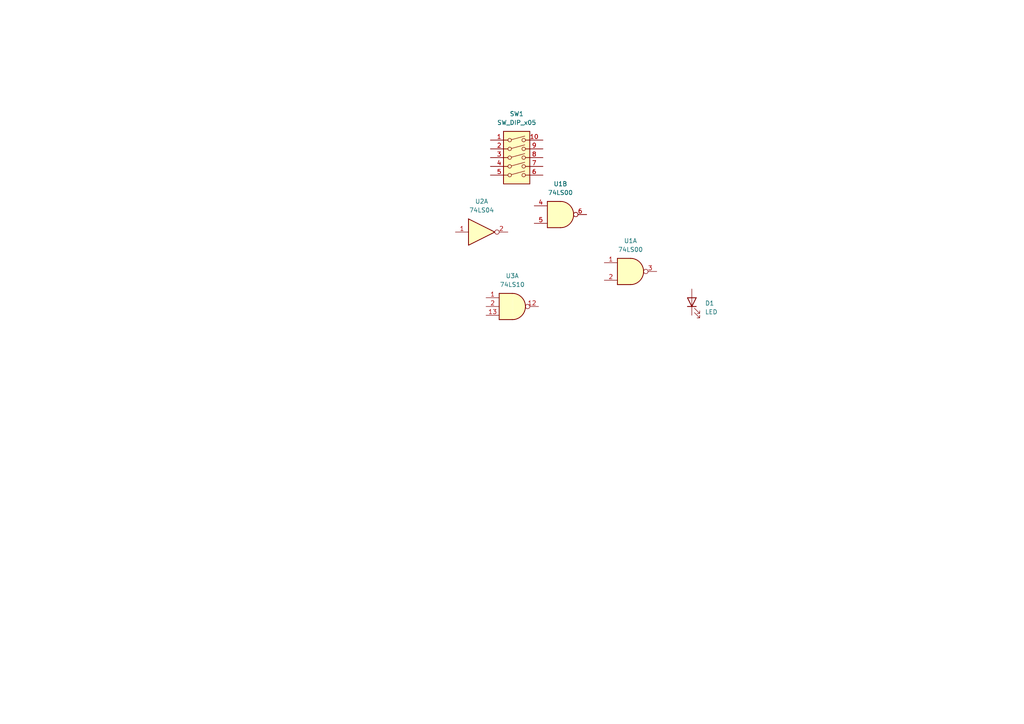
<source format=kicad_sch>
(kicad_sch (version 20250114) (generator "eeschema") (generator_version "9.0")
  (paper "A4")
  (lib_symbols
    (symbol "74xx:74LS00" (pin_names (offset 1.016))
      (property "Reference" "U" (at 0 1.27 0))
      (property "Value" "74LS00" (at 0 -1.27 0))
      (symbol "74LS00_1_1"
        (arc (start 0 3.81) (mid 3.7934 0) (end 0 -3.81) (stroke (width 0.254)) (fill (type background)))
        (polyline (pts (xy 0 3.81) (xy -3.81 3.81) (xy -3.81 -3.81) (xy 0 -3.81)) (stroke (width 0.254)) (fill (type background)))
        (pin input line (at -7.62 2.54 0) (length 3.81) (name "~") (number "1"))
        (pin input line (at -7.62 -2.54 0) (length 3.81) (name "~") (number "2"))
        (pin output inverted (at 7.62 0 180) (length 3.81) (name "~") (number "3"))
      )
      (symbol "74LS00_1_2"
        (arc (start -3.81 3.81) (mid -2.589 0) (end -3.81 -3.81) (stroke (width 0.254)))
        (polyline (pts (xy -3.81 3.81) (xy -0.635 3.81)) (stroke (width 0.254)) (fill (type background)))
        (polyline (pts (xy -3.81 -3.81) (xy -0.635 -3.81)) (stroke (width 0.254)) (fill (type background)))
        (arc (start 3.81 0) (mid 2.1855 -2.584) (end -0.6096 -3.81) (stroke (width 0.254)) (fill (type background)))
        (arc (start -0.6096 3.81) (mid 2.1928 2.5924) (end 3.81 0) (stroke (width 0.254)) (fill (type background)))
        (polyline (pts (xy -0.635 3.81) (xy -3.81 3.81) (xy -3.81 3.81) (xy -3.556 3.4036) (xy -3.0226 2.2606) (xy -2.6924 1.0414) (xy -2.6162 -0.254) (xy -2.7686 -1.4986) (xy -3.175 -2.7178) (xy -3.81 -3.81) (xy -3.81 -3.81) (xy -0.635 -3.81)) (stroke (width -25.4)) (fill (type background)))
        (pin input inverted (at -7.62 2.54 0) (length 4.318) (name "~") (number "1"))
        (pin input inverted (at -7.62 -2.54 0) (length 4.318) (name "~") (number "2"))
        (pin output line (at 7.62 0 180) (length 3.81) (name "~") (number "3"))
      )
      (symbol "74LS00_2_1"
        (arc (start 0 3.81) (mid 3.7934 0) (end 0 -3.81) (stroke (width 0.254)) (fill (type background)))
        (polyline (pts (xy 0 3.81) (xy -3.81 3.81) (xy -3.81 -3.81) (xy 0 -3.81)) (stroke (width 0.254)) (fill (type background)))
        (pin input line (at -7.62 2.54 0) (length 3.81) (name "~") (number "4"))
        (pin input line (at -7.62 -2.54 0) (length 3.81) (name "~") (number "5"))
        (pin output inverted (at 7.62 0 180) (length 3.81) (name "~") (number "6"))
      )
      (symbol "74LS00_2_2"
        (arc (start -3.81 3.81) (mid -2.589 0) (end -3.81 -3.81) (stroke (width 0.254)))
        (polyline (pts (xy -3.81 3.81) (xy -0.635 3.81)) (stroke (width 0.254)) (fill (type background)))
        (polyline (pts (xy -3.81 -3.81) (xy -0.635 -3.81)) (stroke (width 0.254)) (fill (type background)))
        (arc (start 3.81 0) (mid 2.1855 -2.584) (end -0.6096 -3.81) (stroke (width 0.254)) (fill (type background)))
        (arc (start -0.6096 3.81) (mid 2.1928 2.5924) (end 3.81 0) (stroke (width 0.254)) (fill (type background)))
        (polyline (pts (xy -0.635 3.81) (xy -3.81 3.81) (xy -3.81 3.81) (xy -3.556 3.4036) (xy -3.0226 2.2606) (xy -2.6924 1.0414) (xy -2.6162 -0.254) (xy -2.7686 -1.4986) (xy -3.175 -2.7178) (xy -3.81 -3.81) (xy -3.81 -3.81) (xy -0.635 -3.81)) (stroke (width -25.4)) (fill (type background)))
        (pin input inverted (at -7.62 2.54 0) (length 4.318) (name "~") (number "4"))
        (pin input inverted (at -7.62 -2.54 0) (length 4.318) (name "~") (number "5"))
        (pin output line (at 7.62 0 180) (length 3.81) (name "~") (number "6"))
      )
      (symbol "74LS00_3_1"
        (arc (start 0 3.81) (mid 3.7934 0) (end 0 -3.81) (stroke (width 0.254)) (fill (type background)))
        (polyline (pts (xy 0 3.81) (xy -3.81 3.81) (xy -3.81 -3.81) (xy 0 -3.81)) (stroke (width 0.254)) (fill (type background)))
        (pin input line (at -7.62 2.54 0) (length 3.81) (name "~") (number "9"))
        (pin input line (at -7.62 -2.54 0) (length 3.81) (name "~") (number "10"))
        (pin output inverted (at 7.62 0 180) (length 3.81) (name "~") (number "8"))
      )
      (symbol "74LS00_3_2"
        (arc (start -3.81 3.81) (mid -2.589 0) (end -3.81 -3.81) (stroke (width 0.254)))
        (polyline (pts (xy -3.81 3.81) (xy -0.635 3.81)) (stroke (width 0.254)) (fill (type background)))
        (polyline (pts (xy -3.81 -3.81) (xy -0.635 -3.81)) (stroke (width 0.254)) (fill (type background)))
        (arc (start 3.81 0) (mid 2.1855 -2.584) (end -0.6096 -3.81) (stroke (width 0.254)) (fill (type background)))
        (arc (start -0.6096 3.81) (mid 2.1928 2.5924) (end 3.81 0) (stroke (width 0.254)) (fill (type background)))
        (polyline (pts (xy -0.635 3.81) (xy -3.81 3.81) (xy -3.81 3.81) (xy -3.556 3.4036) (xy -3.0226 2.2606) (xy -2.6924 1.0414) (xy -2.6162 -0.254) (xy -2.7686 -1.4986) (xy -3.175 -2.7178) (xy -3.81 -3.81) (xy -3.81 -3.81) (xy -0.635 -3.81)) (stroke (width -25.4)) (fill (type background)))
        (pin input inverted (at -7.62 2.54 0) (length 4.318) (name "~") (number "9"))
        (pin input inverted (at -7.62 -2.54 0) (length 4.318) (name "~") (number "10"))
        (pin output line (at 7.62 0 180) (length 3.81) (name "~") (number "8"))
      )
      (symbol "74LS00_4_1"
        (arc (start 0 3.81) (mid 3.7934 0) (end 0 -3.81) (stroke (width 0.254)) (fill (type background)))
        (polyline (pts (xy 0 3.81) (xy -3.81 3.81) (xy -3.81 -3.81) (xy 0 -3.81)) (stroke (width 0.254)) (fill (type background)))
        (pin input line (at -7.62 2.54 0) (length 3.81) (name "~") (number "12"))
        (pin input line (at -7.62 -2.54 0) (length 3.81) (name "~") (number "13"))
        (pin output inverted (at 7.62 0 180) (length 3.81) (name "~") (number "11"))
      )
      (symbol "74LS00_4_2"
        (arc (start -3.81 3.81) (mid -2.589 0) (end -3.81 -3.81) (stroke (width 0.254)))
        (polyline (pts (xy -3.81 3.81) (xy -0.635 3.81)) (stroke (width 0.254)) (fill (type background)))
        (polyline (pts (xy -3.81 -3.81) (xy -0.635 -3.81)) (stroke (width 0.254)) (fill (type background)))
        (arc (start 3.81 0) (mid 2.1855 -2.584) (end -0.6096 -3.81) (stroke (width 0.254)) (fill (type background)))
        (arc (start -0.6096 3.81) (mid 2.1928 2.5924) (end 3.81 0) (stroke (width 0.254)) (fill (type background)))
        (polyline (pts (xy -0.635 3.81) (xy -3.81 3.81) (xy -3.81 3.81) (xy -3.556 3.4036) (xy -3.0226 2.2606) (xy -2.6924 1.0414) (xy -2.6162 -0.254) (xy -2.7686 -1.4986) (xy -3.175 -2.7178) (xy -3.81 -3.81) (xy -3.81 -3.81) (xy -0.635 -3.81)) (stroke (width -25.4)) (fill (type background)))
        (pin input inverted (at -7.62 2.54 0) (length 4.318) (name "~") (number "12"))
        (pin input inverted (at -7.62 -2.54 0) (length 4.318) (name "~") (number "13"))
        (pin output line (at 7.62 0 180) (length 3.81) (name "~") (number "11"))
      )
      (symbol "74LS00_5_0"
        (pin power_in line (at 0 12.7 270) (length 5.08) (name "VCC") (number "14"))
        (pin power_in line (at 0 -12.7 90) (length 5.08) (name "GND") (number "7"))
      )
      (symbol "74LS00_5_1"
        (rectangle (start -5.08 7.62) (end 5.08 -7.62) (stroke (width 0.254)) (fill (type background)))
      )
    )
    (symbol "74xx:74LS04"
      (property "Reference" "U" (at 0 1.27 0))
      (property "Value" "74LS04" (at 0 -1.27 0))
      (symbol "74LS04_1_0"
        (polyline (pts (xy -3.81 3.81) (xy -3.81 -3.81) (xy 3.81 0) (xy -3.81 3.81)) (stroke (width 0.254)) (fill (type background)))
        (pin input line (at -7.62 0 0) (length 3.81) (name "~") (number "1"))
        (pin output inverted (at 7.62 0 180) (length 3.81) (name "~") (number "2"))
      )
      (symbol "74LS04_2_0"
        (polyline (pts (xy -3.81 3.81) (xy -3.81 -3.81) (xy 3.81 0) (xy -3.81 3.81)) (stroke (width 0.254)) (fill (type background)))
        (pin input line (at -7.62 0 0) (length 3.81) (name "~") (number "3"))
        (pin output inverted (at 7.62 0 180) (length 3.81) (name "~") (number "4"))
      )
      (symbol "74LS04_3_0"
        (polyline (pts (xy -3.81 3.81) (xy -3.81 -3.81) (xy 3.81 0) (xy -3.81 3.81)) (stroke (width 0.254)) (fill (type background)))
        (pin input line (at -7.62 0 0) (length 3.81) (name "~") (number "5"))
        (pin output inverted (at 7.62 0 180) (length 3.81) (name "~") (number "6"))
      )
      (symbol "74LS04_4_0"
        (polyline (pts (xy -3.81 3.81) (xy -3.81 -3.81) (xy 3.81 0) (xy -3.81 3.81)) (stroke (width 0.254)) (fill (type background)))
        (pin input line (at -7.62 0 0) (length 3.81) (name "~") (number "9"))
        (pin output inverted (at 7.62 0 180) (length 3.81) (name "~") (number "8"))
      )
      (symbol "74LS04_5_0"
        (polyline (pts (xy -3.81 3.81) (xy -3.81 -3.81) (xy 3.81 0) (xy -3.81 3.81)) (stroke (width 0.254)) (fill (type background)))
        (pin input line (at -7.62 0 0) (length 3.81) (name "~") (number "11"))
        (pin output inverted (at 7.62 0 180) (length 3.81) (name "~") (number "10"))
      )
      (symbol "74LS04_6_0"
        (polyline (pts (xy -3.81 3.81) (xy -3.81 -3.81) (xy 3.81 0) (xy -3.81 3.81)) (stroke (width 0.254)) (fill (type background)))
        (pin input line (at -7.62 0 0) (length 3.81) (name "~") (number "13"))
        (pin output inverted (at 7.62 0 180) (length 3.81) (name "~") (number "12"))
      )
      (symbol "74LS04_7_0"
        (pin power_in line (at 0 12.7 270) (length 5.08) (name "VCC") (number "14"))
        (pin power_in line (at 0 -12.7 90) (length 5.08) (name "GND") (number "7"))
      )
      (symbol "74LS04_7_1"
        (rectangle (start -5.08 7.62) (end 5.08 -7.62) (stroke (width 0.254)) (fill (type background)))
      )
    )
    (symbol "74xx:74LS10" (pin_names (offset 1.016))
      (property "Reference" "U" (at 0 1.27 0))
      (property "Value" "74LS10" (at 0 -1.27 0))
      (symbol "74LS10_1_1"
        (arc (start 0 3.81) (mid 3.7934 0) (end 0 -3.81) (stroke (width 0.254)) (fill (type background)))
        (polyline (pts (xy 0 3.81) (xy -3.81 3.81) (xy -3.81 -3.81) (xy 0 -3.81)) (stroke (width 0.254)) (fill (type background)))
        (pin input line (at -7.62 2.54 0) (length 3.81) (name "~") (number "1"))
        (pin input line (at -7.62 0 0) (length 3.81) (name "~") (number "2"))
        (pin input line (at -7.62 -2.54 0) (length 3.81) (name "~") (number "13"))
        (pin output inverted (at 7.62 0 180) (length 3.81) (name "~") (number "12"))
      )
      (symbol "74LS10_1_2"
        (arc (start -3.81 3.81) (mid -2.589 0) (end -3.81 -3.81) (stroke (width 0.254)))
        (polyline (pts (xy -3.81 3.81) (xy -0.635 3.81)) (stroke (width 0.254)) (fill (type background)))
        (polyline (pts (xy -3.81 -3.81) (xy -0.635 -3.81)) (stroke (width 0.254)) (fill (type background)))
        (arc (start 3.81 0) (mid 2.1855 -2.584) (end -0.6096 -3.81) (stroke (width 0.254)) (fill (type background)))
        (arc (start -0.6096 3.81) (mid 2.1928 2.5924) (end 3.81 0) (stroke (width 0.254)) (fill (type background)))
        (polyline (pts (xy -0.635 3.81) (xy -3.81 3.81) (xy -3.81 3.81) (xy -3.556 3.4036) (xy -3.0226 2.2606) (xy -2.6924 1.0414) (xy -2.6162 -0.254) (xy -2.7686 -1.4986) (xy -3.175 -2.7178) (xy -3.81 -3.81) (xy -3.81 -3.81) (xy -0.635 -3.81)) (stroke (width -25.4)) (fill (type background)))
        (pin input inverted (at -7.62 2.54 0) (length 4.318) (name "~") (number "1"))
        (pin input inverted (at -7.62 0 0) (length 4.953) (name "~") (number "2"))
        (pin input inverted (at -7.62 -2.54 0) (length 4.318) (name "~") (number "13"))
        (pin output line (at 7.62 0 180) (length 3.81) (name "~") (number "12"))
      )
      (symbol "74LS10_2_1"
        (arc (start 0 3.81) (mid 3.7934 0) (end 0 -3.81) (stroke (width 0.254)) (fill (type background)))
        (polyline (pts (xy 0 3.81) (xy -3.81 3.81) (xy -3.81 -3.81) (xy 0 -3.81)) (stroke (width 0.254)) (fill (type background)))
        (pin input line (at -7.62 2.54 0) (length 3.81) (name "~") (number "3"))
        (pin input line (at -7.62 0 0) (length 3.81) (name "~") (number "4"))
        (pin input line (at -7.62 -2.54 0) (length 3.81) (name "~") (number "5"))
        (pin output inverted (at 7.62 0 180) (length 3.81) (name "~") (number "6"))
      )
      (symbol "74LS10_2_2"
        (arc (start -3.81 3.81) (mid -2.589 0) (end -3.81 -3.81) (stroke (width 0.254)))
        (polyline (pts (xy -3.81 3.81) (xy -0.635 3.81)) (stroke (width 0.254)) (fill (type background)))
        (polyline (pts (xy -3.81 -3.81) (xy -0.635 -3.81)) (stroke (width 0.254)) (fill (type background)))
        (arc (start 3.81 0) (mid 2.1855 -2.584) (end -0.6096 -3.81) (stroke (width 0.254)) (fill (type background)))
        (arc (start -0.6096 3.81) (mid 2.1928 2.5924) (end 3.81 0) (stroke (width 0.254)) (fill (type background)))
        (polyline (pts (xy -0.635 3.81) (xy -3.81 3.81) (xy -3.81 3.81) (xy -3.556 3.4036) (xy -3.0226 2.2606) (xy -2.6924 1.0414) (xy -2.6162 -0.254) (xy -2.7686 -1.4986) (xy -3.175 -2.7178) (xy -3.81 -3.81) (xy -3.81 -3.81) (xy -0.635 -3.81)) (stroke (width -25.4)) (fill (type background)))
        (pin input inverted (at -7.62 2.54 0) (length 4.318) (name "~") (number "3"))
        (pin input inverted (at -7.62 0 0) (length 4.953) (name "~") (number "4"))
        (pin input inverted (at -7.62 -2.54 0) (length 4.318) (name "~") (number "5"))
        (pin output line (at 7.62 0 180) (length 3.81) (name "~") (number "6"))
      )
      (symbol "74LS10_3_1"
        (arc (start 0 3.81) (mid 3.7934 0) (end 0 -3.81) (stroke (width 0.254)) (fill (type background)))
        (polyline (pts (xy 0 3.81) (xy -3.81 3.81) (xy -3.81 -3.81) (xy 0 -3.81)) (stroke (width 0.254)) (fill (type background)))
        (pin input line (at -7.62 2.54 0) (length 3.81) (name "~") (number "9"))
        (pin input line (at -7.62 0 0) (length 3.81) (name "~") (number "10"))
        (pin input line (at -7.62 -2.54 0) (length 3.81) (name "~") (number "11"))
        (pin output inverted (at 7.62 0 180) (length 3.81) (name "~") (number "8"))
      )
      (symbol "74LS10_3_2"
        (arc (start -3.81 3.81) (mid -2.589 0) (end -3.81 -3.81) (stroke (width 0.254)))
        (polyline (pts (xy -3.81 3.81) (xy -0.635 3.81)) (stroke (width 0.254)) (fill (type background)))
        (polyline (pts (xy -3.81 -3.81) (xy -0.635 -3.81)) (stroke (width 0.254)) (fill (type background)))
        (arc (start 3.81 0) (mid 2.1855 -2.584) (end -0.6096 -3.81) (stroke (width 0.254)) (fill (type background)))
        (arc (start -0.6096 3.81) (mid 2.1928 2.5924) (end 3.81 0) (stroke (width 0.254)) (fill (type background)))
        (polyline (pts (xy -0.635 3.81) (xy -3.81 3.81) (xy -3.81 3.81) (xy -3.556 3.4036) (xy -3.0226 2.2606) (xy -2.6924 1.0414) (xy -2.6162 -0.254) (xy -2.7686 -1.4986) (xy -3.175 -2.7178) (xy -3.81 -3.81) (xy -3.81 -3.81) (xy -0.635 -3.81)) (stroke (width -25.4)) (fill (type background)))
        (pin input inverted (at -7.62 2.54 0) (length 4.318) (name "~") (number "9"))
        (pin input inverted (at -7.62 0 0) (length 4.953) (name "~") (number "10"))
        (pin input inverted (at -7.62 -2.54 0) (length 4.318) (name "~") (number "11"))
        (pin output line (at 7.62 0 180) (length 3.81) (name "~") (number "8"))
      )
      (symbol "74LS10_4_0"
        (pin power_in line (at 0 12.7 270) (length 5.08) (name "VCC") (number "14"))
        (pin power_in line (at 0 -12.7 90) (length 5.08) (name "GND") (number "7"))
      )
      (symbol "74LS10_4_1"
        (rectangle (start -5.08 7.62) (end 5.08 -7.62) (stroke (width 0.254)) (fill (type background)))
      )
    )
    (symbol "Device:LED" (pin_numbers (hide yes)) (pin_names (offset 1.016) (hide yes))
      (property "Reference" "D" (at 0 2.54 0))
      (property "Value" "LED" (at 0 -2.54 0))
      (symbol "LED_0_1"
        (polyline (pts (xy -3.048 -0.762) (xy -4.572 -2.286) (xy -3.81 -2.286) (xy -4.572 -2.286) (xy -4.572 -1.524)))
        (polyline (pts (xy -1.778 -0.762) (xy -3.302 -2.286) (xy -2.54 -2.286) (xy -3.302 -2.286) (xy -3.302 -1.524)))
        (polyline (pts (xy -1.27 0) (xy 1.27 0)))
        (polyline (pts (xy -1.27 -1.27) (xy -1.27 1.27)) (stroke (width 0.254)))
        (polyline (pts (xy 1.27 -1.27) (xy 1.27 1.27) (xy -1.27 0) (xy 1.27 -1.27)) (stroke (width 0.254)))
      )
      (symbol "LED_1_1"
        (pin passive line (at -3.81 0 0) (length 2.54) (name "K") (number "1"))
        (pin passive line (at 3.81 0 180) (length 2.54) (name "A") (number "2"))
      )
    )
    (symbol "Switch:SW_DIP_x05" (pin_names (offset 0) (hide yes))
      (property "Reference" "SW" (at 0 8.89 0))
      (property "Value" "SW_DIP_x05" (at 0 -8.89 0))
      (symbol "SW_DIP_x05_0_0"
        (circle (center -2.032 5.08) (radius 0.508))
        (circle (center -2.032 2.54) (radius 0.508))
        (circle (center -2.032 0) (radius 0.508))
        (circle (center -2.032 -2.54) (radius 0.508))
        (circle (center -2.032 -5.08) (radius 0.508))
        (polyline (pts (xy -1.524 5.207) (xy 2.3622 6.2484)))
        (polyline (pts (xy -1.524 2.667) (xy 2.3622 3.7084)))
        (polyline (pts (xy -1.524 0.127) (xy 2.3622 1.1684)))
        (polyline (pts (xy -1.524 -2.3876) (xy 2.3622 -1.3462)))
        (polyline (pts (xy -1.524 -4.9276) (xy 2.3622 -3.8862)))
        (circle (center 2.032 5.08) (radius 0.508))
        (circle (center 2.032 2.54) (radius 0.508))
        (circle (center 2.032 0) (radius 0.508))
        (circle (center 2.032 -2.54) (radius 0.508))
        (circle (center 2.032 -5.08) (radius 0.508))
      )
      (symbol "SW_DIP_x05_0_1"
        (rectangle (start -3.81 7.62) (end 3.81 -7.62) (stroke (width 0.254)) (fill (type background)))
      )
      (symbol "SW_DIP_x05_1_1"
        (pin passive line (at -7.62 5.08 0) (length 5.08) (name "~") (number "1"))
        (pin passive line (at -7.62 2.54 0) (length 5.08) (name "~") (number "2"))
        (pin passive line (at -7.62 0 0) (length 5.08) (name "~") (number "3"))
        (pin passive line (at -7.62 -2.54 0) (length 5.08) (name "~") (number "4"))
        (pin passive line (at -7.62 -5.08 0) (length 5.08) (name "~") (number "5"))
        (pin passive line (at 7.62 5.08 180) (length 5.08) (name "~") (number "10"))
        (pin passive line (at 7.62 2.54 180) (length 5.08) (name "~") (number "9"))
        (pin passive line (at 7.62 0 180) (length 5.08) (name "~") (number "8"))
        (pin passive line (at 7.62 -2.54 180) (length 5.08) (name "~") (number "7"))
        (pin passive line (at 7.62 -5.08 180) (length 5.08) (name "~") (number "6"))
      )
    )
  )
  (symbol (lib_id "74xx:74LS00") (at 162.56 62.23 0) (unit 2)
    (property "Reference" "U1" (at 162.5517 53.34 0))
    (property "Value" "74LS00" (at 162.5517 55.88 0))
    (property "Datasheet" "http://www.ti.com/lit/gpn/sn74ls00" (effects (hide yes)))
    (property "Description" "quad 2-input NAND gate" (effects (hide yes)))
  )
  (symbol (lib_id "74xx:74LS04") (at 139.7 67.31 0) (unit 1)
    (property "Reference" "U2" (at 139.7 58.42 0))
    (property "Value" "74LS04" (at 139.7 60.96 0))
    (property "Datasheet" "http://www.ti.com/lit/gpn/sn74LS04" (effects (hide yes)))
    (property "Description" "Hex Inverter" (effects (hide yes)))
  )
  (symbol (lib_id "74xx:74LS00") (at 182.88 78.74 0) (unit 1)
    (property "Reference" "U1" (at 182.8717 69.85 0))
    (property "Value" "74LS00" (at 182.8717 72.39 0))
    (property "Datasheet" "http://www.ti.com/lit/gpn/sn74ls00" (effects (hide yes)))
    (property "Description" "quad 2-input NAND gate" (effects (hide yes)))
  )
  (symbol (lib_id "Device:LED") (at 200.66 87.63 90) (unit 1)
    (property "Reference" "D1" (at 204.47 87.9474 90) (effects (justify right)))
    (property "Value" "LED" (at 204.47 90.4874 90) (effects (justify right)))
    (property "Description" "Light emitting diode" (effects (hide yes)))
    (property "Sim.Pins" "1=K 2=A" (effects (hide yes)))
  )
  (symbol (lib_id "Switch:SW_DIP_x05") (at 149.86 45.72 0) (unit 1)
    (property "Reference" "SW1" (at 149.86 33.02 0))
    (property "Value" "SW_DIP_x05" (at 149.86 35.56 0))
    (property "Description" "5x DIP Switch, Single Pole Single Throw (SPST) switch, small symbol" (effects (hide yes)))
  )
  (symbol (lib_id "74xx:74LS10") (at 148.59 88.9 0) (unit 1)
    (property "Reference" "U3" (at 148.5817 80.01 0))
    (property "Value" "74LS10" (at 148.5817 82.55 0))
    (property "Datasheet" "http://www.ti.com/lit/gpn/sn74LS10" (effects (hide yes)))
    (property "Description" "Triple 3-input NAND" (effects (hide yes)))
  )
)
</source>
